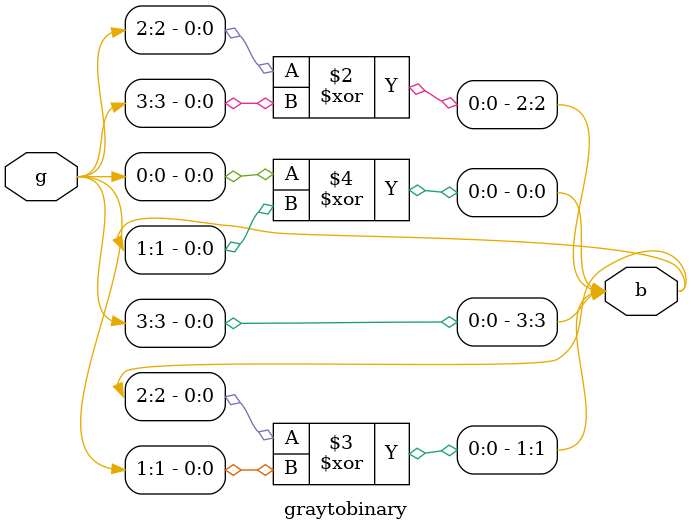
<source format=v>


module graytobinary(input [3:0]g, output reg[3:0]b
    );
always @ (g)
begin
b[3]=g[3];
b[2]=g[2]^b[3];
b[1]=b[2]^g[1];
b[0]=g[0]^b[1];
end

endmodule

</source>
